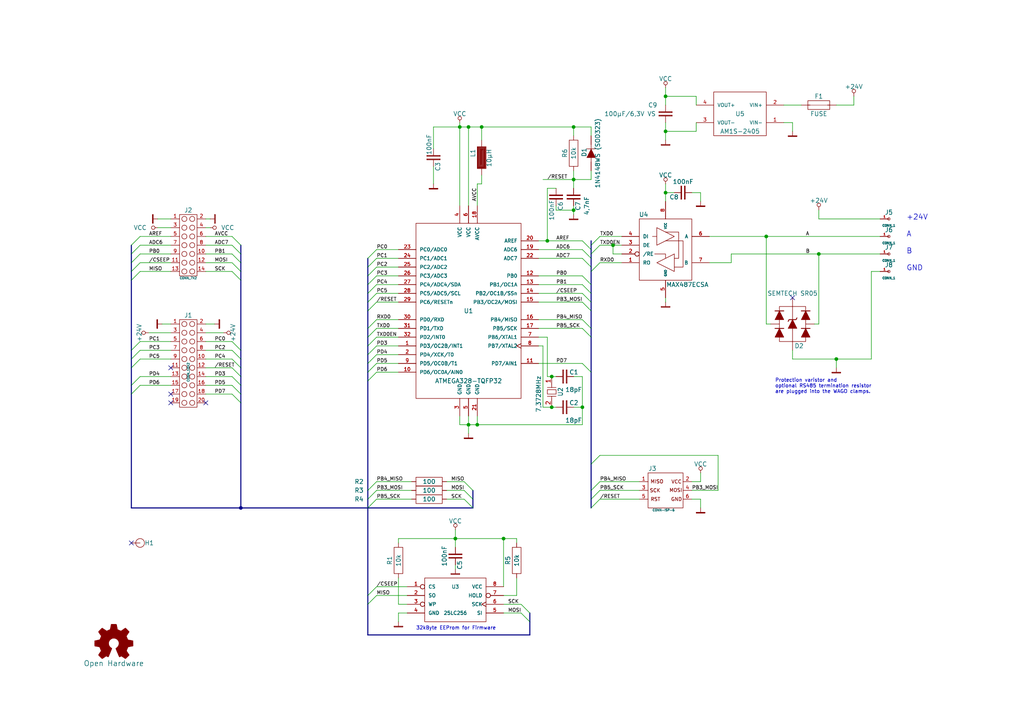
<source format=kicad_sch>
(kicad_sch (version 20211123) (generator eeschema)
  (paper "A4")
  (title_block (title "bus-module_atmega328") (date "2019-03-06") (rev "C") (company "KoeWiBa"))
  (lib_symbols
    (symbol "bus-module_atmega328-rescue:+24V-power" (power) (pin_numbers hide) (pin_names (offset 0))
      (property "Value" "+24V-power" (at 0 2.794 0))
      (symbol "+24V-power_0_0"
        (pin power_in line (at 0 0 90) (length 0) hide (name "+24V") (number "1"))
      )
    )
    (symbol "bus-module_atmega328-rescue:CONN-ISP-6-connectors" (pin_names (offset 1.016))
      (property "Reference" "J" (at -3.81 6.35 0))
      (property "Value" "CONN-ISP-6-connectors" (at -3.81 -5.715 0))
      (symbol "CONN-ISP-6-connectors_0_0"
        (text "MOSI" (at 2.9718 0.0762 0) (effects (font (size 1.016 1.016))))
        (text "SCK" (at -3.048 0 0) (effects (font (size 1.016 1.016))))
        (text "VCC" (at 3.175 2.54 0) (effects (font (size 1.016 1.016))))
      )
      (symbol "CONN-ISP-6-connectors_1_0"
        (text "GND" (at 3.175 -2.54 0) (effects (font (size 1.016 1.016))))
        (text "MISO" (at -2.4892 2.5908 0) (effects (font (size 1.016 1.016))))
        (text "RST" (at -2.921 -2.54 0) (effects (font (size 1.016 1.016))))
      )
      (symbol "CONN-ISP-6-connectors_1_1"
        (pin passive line (at -7.62 2.54 0) (length 2.54) (name "~") (number "1"))
        (pin passive line (at 7.62 2.54 180) (length 2.54) (name "~") (number "2"))
        (pin passive line (at -7.62 0 0) (length 2.54) (name "~") (number "3"))
        (pin passive line (at 7.62 0 180) (length 2.54) (name "~") (number "4"))
        (pin passive line (at -7.62 -2.54 0) (length 2.54) (name "~") (number "5"))
        (pin passive line (at 7.62 -2.54 180) (length 2.54) (name "~") (number "6"))
      )
    )
    (symbol "bus-module_atmega328-rescue:CONN_1-connectors" (pin_names (offset 1.016))
      (property "Reference" "J" (at 0 1.905 0))
      (property "Value" "CONN_1-connectors" (at 0 -1.905 0))
      (symbol "CONN_1-connectors_1_1"
        (pin passive line (at -2.54 0 0) (length 2.54) (name "~") (number "1"))
      )
    )
    (symbol "bus-module_atmega328-rescue:CONN_10X2-connectors" (pin_names (offset 1.016) hide)
      (property "Reference" "J" (at 0 13.97 0))
      (property "Value" "CONN_10X2-connectors" (at 0 -13.335 0))
      (symbol "CONN_10X2-connectors_0_1"
        (pin passive line (at -5.08 11.43 0) (length 2.54) (name "1") (number "1"))
        (pin passive line (at 5.08 1.27 180) (length 2.54) (name "10") (number "10"))
        (pin passive line (at -5.08 -1.27 0) (length 2.54) (name "11") (number "11"))
        (pin passive line (at 5.08 -1.27 180) (length 2.54) (name "12") (number "12"))
        (pin passive line (at -5.08 -3.81 0) (length 2.54) (name "13") (number "13"))
        (pin passive line (at 5.08 -3.81 180) (length 2.54) (name "14") (number "14"))
        (pin passive line (at -5.08 -6.35 0) (length 2.54) (name "15") (number "15"))
        (pin passive line (at 5.08 -6.35 180) (length 2.54) (name "16") (number "16"))
        (pin passive line (at 5.08 11.43 180) (length 2.54) (name "2") (number "2"))
        (pin passive line (at -5.08 8.89 0) (length 2.54) (name "3") (number "3"))
        (pin passive line (at 5.08 8.89 180) (length 2.54) (name "4") (number "4"))
        (pin passive line (at -5.08 6.35 0) (length 2.54) (name "5") (number "5"))
        (pin passive line (at 5.08 6.35 180) (length 2.54) (name "6") (number "6"))
        (pin passive line (at -5.08 3.81 0) (length 2.54) (name "7") (number "7"))
        (pin passive line (at 5.08 3.81 180) (length 2.54) (name "8") (number "8"))
        (pin passive line (at -5.08 1.27 0) (length 2.54) (name "9") (number "9"))
      )
      (symbol "CONN_10X2-connectors_1_1"
        (pin input line (at -5.08 -8.89 0) (length 2.54) (name "17") (number "17"))
        (pin input line (at 5.08 -8.89 180) (length 2.54) (name "18") (number "18"))
        (pin input line (at -5.08 -11.43 0) (length 2.54) (name "19") (number "19"))
        (pin input line (at 5.08 -11.43 180) (length 2.54) (name "20") (number "20"))
      )
    )
    (symbol "bus-module_atmega328-rescue:CONN_7X2-connectors" (pin_names (offset 1.016) hide)
      (property "Reference" "J" (at 0 10.16 0))
      (property "Value" "CONN_7X2-connectors" (at 0 -9.525 0))
      (symbol "CONN_7X2-connectors_0_1"
        (pin passive line (at -5.08 7.62 0) (length 2.54) (name "1") (number "1"))
        (pin passive line (at 5.08 -2.54 180) (length 2.54) (name "10") (number "10"))
        (pin passive line (at -5.08 -5.08 0) (length 2.54) (name "11") (number "11"))
        (pin passive line (at 5.08 -5.08 180) (length 2.54) (name "12") (number "12"))
        (pin passive line (at -5.08 -7.62 0) (length 2.54) (name "13") (number "13"))
        (pin passive line (at 5.08 -7.62 180) (length 2.54) (name "14") (number "14"))
        (pin passive line (at 5.08 7.62 180) (length 2.54) (name "2") (number "2"))
        (pin passive line (at -5.08 5.08 0) (length 2.54) (name "3") (number "3"))
        (pin passive line (at 5.08 5.08 180) (length 2.54) (name "4") (number "4"))
        (pin passive line (at -5.08 2.54 0) (length 2.54) (name "5") (number "5"))
        (pin passive line (at 5.08 2.54 180) (length 2.54) (name "6") (number "6"))
        (pin passive line (at -5.08 0 0) (length 2.54) (name "7") (number "7"))
        (pin passive line (at 5.08 0 180) (length 2.54) (name "8") (number "8"))
        (pin passive line (at -5.08 -2.54 0) (length 2.54) (name "9") (number "9"))
      )
    )
    (symbol "bus-module_atmega328-rescue:FUSE-bus-module_atmega328-rescue-bus-module_atmega328-rescue" (pin_numbers hide) (pin_names (offset 1.016) hide)
      (property "Reference" "F" (at 0 2.54 0))
      (property "Value" "FUSE-bus-module_atmega328-rescue-bus-module_atmega328-rescue" (at 0 -2.54 0))
      (symbol "FUSE-bus-module_atmega328-rescue-bus-module_atmega328-rescue_1_1"
        (pin input line (at -5.08 0 0) (length 2.54) (name "1") (number "1"))
        (pin input line (at 5.08 0 180) (length 2.54) (name "2") (number "2"))
      )
    )
    (symbol "bus-module_atmega328-rescue:GND-power" (power) (pin_names (offset 0.254))
      (symbol "GND-power_1_1"
        (pin power_in line (at 0 0 90) (length 0) hide (name "GND") (number "1"))
      )
    )
    (symbol "bus-module_atmega328-rescue:VCC-power" (power) (pin_names (offset 0))
      (property "Value" "VCC-power" (at 0 2.54 0))
      (symbol "VCC-power_0_0"
        (pin power_in line (at 0 0 90) (length 0) hide (name "VCC") (number "1"))
      )
    )
    (symbol "diodes:SEMTECH_SR05" (pin_numbers hide) (pin_names (offset 1.016) hide)
      (property "Reference" "D" (at 1.905 -6.35 0))
      (property "Value" "SEMTECH_SR05" (at 0 6.35 0))
      (symbol "SEMTECH_SR05_1_1"
        (pin input line (at 0 -7.62 90) (length 2.54) (name "1") (number "1"))
        (pin input line (at 0 7.62 270) (length 2.54) (name "2") (number "2"))
        (pin input line (at 6.35 0 180) (length 2.54) (name "3") (number "3"))
        (pin input line (at -6.35 0 0) (length 2.54) (name "4") (number "4"))
      )
    )
    (symbol "ics_controller_atmel:ATMEGA88-TQFP32" (pin_names (offset 1.016))
      (property "Reference" "U" (at 0 0 0))
      (property "Value" "ATMEGA88-TQFP32" (at 0 -20.32 0))
      (symbol "ATMEGA88-TQFP32_1_1"
        (pin input line (at -20.32 -10.16 0) (length 5.08) (name "PD3/OC2B/INT1") (number "1"))
        (pin input line (at -20.32 -17.78 0) (length 5.08) (name "PD6/OC0A/AIN0") (number "10"))
        (pin input line (at 20.32 -15.24 180) (length 5.08) (name "PD7/AIN1") (number "11"))
        (pin input line (at 20.32 10.16 180) (length 5.08) (name "PB0") (number "12"))
        (pin input line (at 20.32 7.62 180) (length 5.08) (name "PB1/OC1A") (number "13"))
        (pin input line (at 20.32 5.08 180) (length 5.08) (name "PB2/OC1B/SSn") (number "14"))
        (pin input line (at 20.32 2.54 180) (length 5.08) (name "PB3/OC2A/MOSI") (number "15"))
        (pin input line (at 20.32 -2.54 180) (length 5.08) (name "PB4/MISO") (number "16"))
        (pin input line (at 20.32 -5.08 180) (length 5.08) (name "PB5/SCK") (number "17"))
        (pin power_in line (at 2.54 30.48 270) (length 5.08) (name "AVCC") (number "18"))
        (pin input line (at 20.32 17.78 180) (length 5.08) (name "ADC6") (number "19"))
        (pin input line (at -20.32 -12.7 0) (length 5.08) (name "PD4/XCK/T0") (number "2"))
        (pin input line (at 20.32 20.32 180) (length 5.08) (name "AREF") (number "20"))
        (pin power_in line (at 2.54 -30.48 90) (length 5.08) (name "GND") (number "21"))
        (pin input line (at 20.32 15.24 180) (length 5.08) (name "ADC7") (number "22"))
        (pin input line (at -20.32 17.78 0) (length 5.08) (name "PC0/ADC0") (number "23"))
        (pin input line (at -20.32 15.24 0) (length 5.08) (name "PC1/ADC1") (number "24"))
        (pin input line (at -20.32 12.7 0) (length 5.08) (name "PC2/ADC2") (number "25"))
        (pin input line (at -20.32 10.16 0) (length 5.08) (name "PC3/ADC3") (number "26"))
        (pin input line (at -20.32 7.62 0) (length 5.08) (name "PC4/ADC4/SDA") (number "27"))
        (pin input line (at -20.32 5.08 0) (length 5.08) (name "PC5/ADC5/SCL") (number "28"))
        (pin input line (at -20.32 2.54 0) (length 5.08) (name "PC6/RESETn") (number "29"))
        (pin power_in line (at -2.54 -30.48 90) (length 5.08) (name "GND") (number "3"))
        (pin input line (at -20.32 -2.54 0) (length 5.08) (name "PD0/RXD") (number "30"))
        (pin input line (at -20.32 -5.08 0) (length 5.08) (name "PD1/TXD") (number "31"))
        (pin input line (at -20.32 -7.62 0) (length 5.08) (name "PD2/INT0") (number "32"))
        (pin power_in line (at -2.54 30.48 270) (length 5.08) (name "VCC") (number "4"))
        (pin power_in line (at 0 -30.48 90) (length 5.08) (name "GND") (number "5"))
        (pin power_in line (at 0 30.48 270) (length 5.08) (name "VCC") (number "6"))
        (pin input line (at 20.32 -7.62 180) (length 5.08) (name "PB6/XTAL1") (number "7"))
        (pin input clock (at 20.32 -10.16 180) (length 5.08) (name "PB7/XTAL2") (number "8"))
        (pin input line (at -20.32 -15.24 0) (length 5.08) (name "PD5/OC0B/T1") (number "9"))
      )
    )
    (symbol "ics_misc:MAX487" (pin_names (offset 1.016))
      (property "Reference" "U" (at -6.35 10.16 0))
      (property "Value" "MAX487" (at 5.08 -10.16 0))
      (symbol "MAX487_0_1"
        (pin output line (at -12.7 -3.81 0) (length 5.08) (name "RO") (number "1"))
      )
      (symbol "MAX487_1_1"
        (pin input inverted (at -12.7 -1.27 0) (length 5.08) (name "/RE") (number "2"))
        (pin input line (at -12.7 1.27 0) (length 5.08) (name "DE") (number "3"))
        (pin input line (at -12.7 3.81 0) (length 5.08) (name "DI") (number "4"))
        (pin power_out line (at 0 -13.97 90) (length 5.08) (name "GND") (number "5"))
        (pin bidirectional line (at 12.7 3.81 180) (length 5.08) (name "A") (number "6"))
        (pin bidirectional line (at 12.7 -3.81 180) (length 5.08) (name "B") (number "7"))
        (pin power_in line (at 0 13.97 270) (length 5.08) (name "VCC") (number "8"))
      )
    )
    (symbol "ics_peripheral:25LCXXX" (pin_names (offset 1.016))
      (property "Reference" "U" (at 0 3.81 0))
      (property "Value" "25LCXXX" (at 0 -3.81 0))
      (symbol "25LCXXX_1_1"
        (pin input inverted (at -13.97 3.81 0) (length 5.08) (name "CS") (number "1"))
        (pin output line (at -13.97 1.27 0) (length 5.08) (name "SO") (number "2"))
        (pin input inverted (at -13.97 -1.27 0) (length 5.08) (name "WP") (number "3"))
        (pin power_in line (at -13.97 -3.81 0) (length 5.08) (name "GND") (number "4"))
        (pin input line (at 13.97 -3.81 180) (length 5.08) (name "SI") (number "5"))
        (pin input clock (at 13.97 -1.27 180) (length 5.08) (name "SCK") (number "6"))
        (pin bidirectional inverted (at 13.97 1.27 180) (length 5.08) (name "HOLD") (number "7"))
        (pin power_in line (at 13.97 3.81 180) (length 5.08) (name "VCC") (number "8"))
      )
    )
    (symbol "ics_regulator:AM1S-2403" (pin_names (offset 1.016))
      (property "Reference" "U" (at 0 0 0))
      (property "Value" "AM1S-2403" (at 0 -5.08 0))
      (symbol "AM1S-2403_1_1"
        (pin passive line (at -12.7 -2.54 0) (length 5.08) (name "VIN-") (number "1"))
        (pin power_in line (at -12.7 2.54 0) (length 5.08) (name "VIN+") (number "2"))
        (pin passive line (at 12.7 -2.54 180) (length 5.08) (name "VOUT-") (number "3"))
        (pin power_out line (at 12.7 2.54 180) (length 5.08) (name "VOUT+") (number "4"))
      )
    )
    (symbol "logo:OPEN_HARDWARE_1" (pin_names (offset 1.016))
      (property "Reference" "LOGO" (at 0 6.985 0))
      (property "Value" "OPEN_HARDWARE_1" (at 0 -5.715 0))
    )
    (symbol "standard:C" (pin_numbers hide) (pin_names (offset 1.016) hide)
      (property "Reference" "C" (at 1.27 1.27 0))
      (property "Value" "C" (at 0 -3.175 0))
      (symbol "C_1_1"
        (pin input line (at -2.54 0 0) (length 1.905) (name "1") (number "1"))
        (pin input line (at 2.54 0 180) (length 1.905) (name "2") (number "2"))
      )
    )
    (symbol "standard:CRYSTAL" (pin_names (offset 1.016))
      (property "Reference" "U" (at 4.445 2.54 0))
      (property "Value" "CRYSTAL" (at 4.445 -2.54 0))
      (symbol "CRYSTAL_1_1"
        (pin output line (at 0 0 0) (length 2.54) (name "~") (number "1"))
        (pin output line (at 8.89 0 180) (length 2.54) (name "~") (number "2"))
      )
    )
    (symbol "standard:D" (pin_numbers hide) (pin_names (offset 1.016) hide)
      (property "Reference" "D" (at 0.254 2.032 0))
      (property "Value" "D" (at 0 -1.905 0))
      (symbol "D_1_1"
        (pin input line (at -5.08 0 0) (length 2.54) (name "A") (number "1"))
        (pin input line (at 5.08 0 180) (length 2.54) (name "C") (number "2"))
      )
    )
    (symbol "standard:HOLE" (pin_numbers hide) (pin_names (offset 1.016) hide)
      (property "Reference" "H" (at 2.54 0 0))
      (symbol "HOLE_1_1"
        (pin unspecified line (at -1.27 0 0) (length 2.54) (name "~") (number "1"))
      )
    )
    (symbol "standard:L" (pin_numbers hide) (pin_names (offset 1.016) hide)
      (property "Reference" "L" (at -2.54 -2.54 0))
      (property "Value" "L" (at -2.54 2.159 0))
      (symbol "L_1_1"
        (pin bidirectional line (at -5.08 0 0) (length 1.905) (name "1") (number "1"))
        (pin bidirectional line (at 5.08 0 180) (length 1.905) (name "2") (number "2"))
      )
    )
    (symbol "standard:R" (pin_numbers hide) (pin_names (offset 1.016) hide)
      (property "Reference" "R" (at 0 -2.54 0))
      (property "Value" "R" (at 0 0 0))
      (symbol "R_1_1"
        (pin passive line (at -5.08 0 0) (length 1.27) (name "1") (number "1"))
        (pin passive line (at 5.08 0 180) (length 1.27) (name "2") (number "2"))
      )
    )
  )
  (junction (at 177.8 71.12))
  (junction (at 138.43 123.19))
  (junction (at 160.02 109.22))
  (junction (at 166.37 52.07))
  (junction (at 242.57 104.14))
  (junction (at 168.91 118.11))
  (junction (at 139.7 36.83))
  (junction (at 160.02 118.11))
  (junction (at 135.89 36.83))
  (junction (at 237.49 73.66))
  (junction (at 193.04 27.94))
  (junction (at 166.37 36.83))
  (junction (at 166.37 60.96))
  (junction (at 132.08 156.21))
  (junction (at 69.85 147.32))
  (junction (at 222.25 68.58))
  (junction (at 133.35 36.83))
  (junction (at 158.75 69.85))
  (junction (at 135.89 123.19))
  (junction (at 146.05 156.21))
  (junction (at 193.04 38.1))
  (junction (at 193.04 55.88))
  (no_connect (at 38.1 157.48))
  (no_connect (at 49.53 116.84))
  (no_connect (at 49.53 114.3))
  (no_connect (at 59.69 116.84))
  (no_connect (at 229.87 86.36))
  (no_connect (at 49.53 106.68))
  (bus_entry (at 168.91 80.01) (size 2.54 2.54))
  (bus_entry (at 168.91 85.09) (size 2.54 2.54))
  (bus_entry (at 106.68 100.33) (size 2.54 -2.54))
  (bus_entry (at 106.68 90.17) (size 2.54 -2.54))
  (bus_entry (at 134.62 139.7) (size 2.54 2.54))
  (bus_entry (at 168.91 82.55) (size 2.54 2.54))
  (bus_entry (at 168.91 72.39) (size 2.54 2.54))
  (bus_entry (at 67.31 111.76) (size 2.54 2.54))
  (bus_entry (at 106.68 80.01) (size 2.54 -2.54))
  (bus_entry (at 134.62 144.78) (size 2.54 2.54))
  (bus_entry (at 171.45 144.78) (size 2.54 -2.54))
  (bus_entry (at 168.91 69.85) (size 2.54 2.54))
  (bus_entry (at 67.31 109.22) (size 2.54 2.54))
  (bus_entry (at 106.68 110.49) (size 2.54 -2.54))
  (bus_entry (at 168.91 74.93) (size 2.54 2.54))
  (bus_entry (at 67.31 73.66) (size 2.54 2.54))
  (bus_entry (at 168.91 105.41) (size 2.54 2.54))
  (bus_entry (at 38.1 76.2) (size 2.54 -2.54))
  (bus_entry (at 106.68 144.78) (size 2.54 -2.54))
  (bus_entry (at 106.68 102.87) (size 2.54 -2.54))
  (bus_entry (at 67.31 78.74) (size 2.54 2.54))
  (bus_entry (at 106.68 85.09) (size 2.54 -2.54))
  (bus_entry (at 38.1 101.6) (size 2.54 -2.54))
  (bus_entry (at 38.1 73.66) (size 2.54 -2.54))
  (bus_entry (at 106.68 107.95) (size 2.54 -2.54))
  (bus_entry (at 106.68 74.93) (size 2.54 -2.54))
  (bus_entry (at 171.45 134.62) (size 2.54 -2.54))
  (bus_entry (at 106.68 142.24) (size 2.54 -2.54))
  (bus_entry (at 67.31 104.14) (size 2.54 2.54))
  (bus_entry (at 171.45 73.66) (size 2.54 -2.54))
  (bus_entry (at 38.1 104.14) (size 2.54 -2.54))
  (bus_entry (at 106.68 172.72) (size 2.54 -2.54))
  (bus_entry (at 67.31 99.06) (size 2.54 2.54))
  (bus_entry (at 106.68 77.47) (size 2.54 -2.54))
  (bus_entry (at 67.31 106.68) (size 2.54 2.54))
  (bus_entry (at 151.13 177.8) (size 2.54 2.54))
  (bus_entry (at 168.91 87.63) (size 2.54 2.54))
  (bus_entry (at 171.45 142.24) (size 2.54 -2.54))
  (bus_entry (at 67.31 71.12) (size 2.54 2.54))
  (bus_entry (at 38.1 81.28) (size 2.54 -2.54))
  (bus_entry (at 134.62 142.24) (size 2.54 2.54))
  (bus_entry (at 106.68 95.25) (size 2.54 -2.54))
  (bus_entry (at 67.31 76.2) (size 2.54 2.54))
  (bus_entry (at 106.68 175.26) (size 2.54 -2.54))
  (bus_entry (at 106.68 97.79) (size 2.54 -2.54))
  (bus_entry (at 38.1 78.74) (size 2.54 -2.54))
  (bus_entry (at 38.1 106.68) (size 2.54 -2.54))
  (bus_entry (at 151.13 175.26) (size 2.54 2.54))
  (bus_entry (at 106.68 87.63) (size 2.54 -2.54))
  (bus_entry (at 38.1 114.3) (size 2.54 -2.54))
  (bus_entry (at 38.1 71.12) (size 2.54 -2.54))
  (bus_entry (at 67.31 101.6) (size 2.54 2.54))
  (bus_entry (at 106.68 147.32) (size 2.54 -2.54))
  (bus_entry (at 168.91 95.25) (size 2.54 2.54))
  (bus_entry (at 106.68 82.55) (size 2.54 -2.54))
  (bus_entry (at 67.31 114.3) (size 2.54 2.54))
  (bus_entry (at 106.68 105.41) (size 2.54 -2.54))
  (bus_entry (at 171.45 147.32) (size 2.54 -2.54))
  (bus_entry (at 67.31 68.58) (size 2.54 2.54))
  (bus_entry (at 171.45 71.12) (size 2.54 -2.54))
  (bus_entry (at 171.45 78.74) (size 2.54 -2.54))
  (bus_entry (at 38.1 111.76) (size 2.54 -2.54))
  (bus_entry (at 168.91 92.71) (size 2.54 2.54))
  (wire (pts (xy 40.64 109.22) (xy 49.53 109.22)))
  (wire (pts (xy 160.02 109.22) (xy 161.29 109.22)))
  (wire (pts (xy 146.05 177.8) (xy 151.13 177.8)))
  (bus (pts (xy 171.45 82.55) (xy 171.45 85.09)))
  (wire (pts (xy 109.22 80.01) (xy 115.57 80.01)))
  (bus (pts (xy 106.68 105.41) (xy 106.68 107.95)))
  (wire (pts (xy 118.11 172.72) (xy 109.22 172.72)))
  (wire (pts (xy 157.48 118.11) (xy 160.02 118.11)))
  (wire (pts (xy 59.69 114.3) (xy 67.31 114.3)))
  (wire (pts (xy 185.42 139.7) (xy 173.99 139.7)))
  (wire (pts (xy 158.75 109.22) (xy 160.02 109.22)))
  (wire (pts (xy 223.52 93.98) (xy 222.25 93.98)))
  (bus (pts (xy 153.67 180.34) (xy 153.67 184.15)))
  (wire (pts (xy 201.93 38.1) (xy 193.04 38.1)))
  (wire (pts (xy 252.73 104.14) (xy 252.73 78.74)))
  (wire (pts (xy 166.37 59.69) (xy 166.37 60.96)))
  (wire (pts (xy 138.43 53.34) (xy 138.43 59.69)))
  (wire (pts (xy 125.73 48.26) (xy 125.73 53.34)))
  (wire (pts (xy 193.04 30.48) (xy 193.04 27.94)))
  (wire (pts (xy 200.66 139.7) (xy 203.2 139.7)))
  (wire (pts (xy 67.31 101.6) (xy 59.69 101.6)))
  (wire (pts (xy 135.89 123.19) (xy 133.35 123.19)))
  (wire (pts (xy 158.75 54.61) (xy 161.29 54.61)))
  (wire (pts (xy 135.89 120.65) (xy 135.89 123.19)))
  (bus (pts (xy 106.68 74.93) (xy 106.68 77.47)))
  (wire (pts (xy 132.08 163.83) (xy 132.08 165.1)))
  (wire (pts (xy 157.48 52.07) (xy 166.37 52.07)))
  (wire (pts (xy 135.89 36.83) (xy 135.89 59.69)))
  (bus (pts (xy 106.68 100.33) (xy 106.68 102.87)))
  (wire (pts (xy 166.37 60.96) (xy 166.37 62.23)))
  (wire (pts (xy 166.37 109.22) (xy 168.91 109.22)))
  (wire (pts (xy 125.73 36.83) (xy 125.73 43.18)))
  (wire (pts (xy 45.72 63.5) (xy 49.53 63.5)))
  (wire (pts (xy 138.43 123.19) (xy 135.89 123.19)))
  (bus (pts (xy 171.45 95.25) (xy 171.45 97.79)))
  (wire (pts (xy 156.21 105.41) (xy 168.91 105.41)))
  (wire (pts (xy 109.22 72.39) (xy 115.57 72.39)))
  (wire (pts (xy 46.99 93.98) (xy 49.53 93.98)))
  (wire (pts (xy 237.49 73.66) (xy 255.27 73.66)))
  (bus (pts (xy 106.68 147.32) (xy 137.16 147.32)))
  (bus (pts (xy 69.85 114.3) (xy 69.85 116.84)))
  (wire (pts (xy 156.21 82.55) (xy 168.91 82.55)))
  (wire (pts (xy 67.31 111.76) (xy 59.69 111.76)))
  (wire (pts (xy 185.42 144.78) (xy 173.99 144.78)))
  (bus (pts (xy 38.1 114.3) (xy 38.1 147.32)))
  (wire (pts (xy 193.04 38.1) (xy 193.04 40.64)))
  (wire (pts (xy 146.05 156.21) (xy 149.86 156.21)))
  (wire (pts (xy 59.69 68.58) (xy 67.31 68.58)))
  (wire (pts (xy 49.53 73.66) (xy 40.64 73.66)))
  (bus (pts (xy 106.68 144.78) (xy 106.68 147.32)))
  (bus (pts (xy 171.45 73.66) (xy 171.45 74.93)))
  (bus (pts (xy 106.68 87.63) (xy 106.68 90.17)))
  (wire (pts (xy 173.99 71.12) (xy 177.8 71.12)))
  (wire (pts (xy 173.99 68.58) (xy 180.34 68.58)))
  (wire (pts (xy 59.69 93.98) (xy 62.23 93.98)))
  (wire (pts (xy 40.64 71.12) (xy 49.53 71.12)))
  (bus (pts (xy 171.45 85.09) (xy 171.45 87.63)))
  (wire (pts (xy 201.93 27.94) (xy 193.04 27.94)))
  (wire (pts (xy 109.22 82.55) (xy 115.57 82.55)))
  (bus (pts (xy 38.1 78.74) (xy 38.1 81.28)))
  (wire (pts (xy 59.69 104.14) (xy 67.31 104.14)))
  (wire (pts (xy 49.53 111.76) (xy 40.64 111.76)))
  (wire (pts (xy 212.09 76.2) (xy 205.74 76.2)))
  (wire (pts (xy 201.93 35.56) (xy 201.93 38.1)))
  (wire (pts (xy 109.22 74.93) (xy 115.57 74.93)))
  (wire (pts (xy 40.64 76.2) (xy 49.53 76.2)))
  (bus (pts (xy 38.1 71.12) (xy 38.1 73.66)))
  (wire (pts (xy 146.05 170.18) (xy 146.05 156.21)))
  (wire (pts (xy 49.53 68.58) (xy 40.64 68.58)))
  (bus (pts (xy 69.85 81.28) (xy 69.85 101.6)))
  (bus (pts (xy 106.68 97.79) (xy 106.68 100.33)))
  (wire (pts (xy 139.7 36.83) (xy 166.37 36.83)))
  (wire (pts (xy 151.13 175.26) (xy 146.05 175.26)))
  (wire (pts (xy 60.96 66.04) (xy 59.69 66.04)))
  (bus (pts (xy 171.45 90.17) (xy 171.45 95.25)))
  (bus (pts (xy 137.16 144.78) (xy 137.16 147.32)))
  (wire (pts (xy 134.62 144.78) (xy 129.54 144.78)))
  (wire (pts (xy 168.91 109.22) (xy 168.91 118.11)))
  (wire (pts (xy 129.54 142.24) (xy 134.62 142.24)))
  (wire (pts (xy 203.2 55.88) (xy 203.2 58.42)))
  (wire (pts (xy 222.25 93.98) (xy 222.25 68.58)))
  (wire (pts (xy 40.64 104.14) (xy 49.53 104.14)))
  (wire (pts (xy 222.25 68.58) (xy 255.27 68.58)))
  (bus (pts (xy 69.85 76.2) (xy 69.85 78.74)))
  (wire (pts (xy 109.22 107.95) (xy 115.57 107.95)))
  (bus (pts (xy 171.45 74.93) (xy 171.45 77.47)))
  (wire (pts (xy 135.89 123.19) (xy 135.89 125.73)))
  (wire (pts (xy 156.21 87.63) (xy 168.91 87.63)))
  (bus (pts (xy 69.85 116.84) (xy 69.85 147.32)))
  (wire (pts (xy 166.37 52.07) (xy 171.45 52.07)))
  (wire (pts (xy 236.22 93.98) (xy 237.49 93.98)))
  (wire (pts (xy 237.49 63.5) (xy 255.27 63.5)))
  (wire (pts (xy 168.91 123.19) (xy 138.43 123.19)))
  (wire (pts (xy 193.04 86.36) (xy 193.04 87.63)))
  (bus (pts (xy 171.45 78.74) (xy 171.45 82.55)))
  (bus (pts (xy 106.68 80.01) (xy 106.68 82.55)))
  (bus (pts (xy 38.1 76.2) (xy 38.1 78.74)))
  (wire (pts (xy 158.75 109.22) (xy 158.75 97.79)))
  (bus (pts (xy 171.45 69.85) (xy 171.45 71.12)))
  (wire (pts (xy 232.41 30.48) (xy 227.33 30.48)))
  (wire (pts (xy 109.22 105.41) (xy 115.57 105.41)))
  (bus (pts (xy 171.45 142.24) (xy 171.45 144.78)))
  (wire (pts (xy 156.21 85.09) (xy 168.91 85.09)))
  (wire (pts (xy 156.21 72.39) (xy 168.91 72.39)))
  (bus (pts (xy 153.67 184.15) (xy 106.68 184.15)))
  (wire (pts (xy 115.57 156.21) (xy 132.08 156.21)))
  (wire (pts (xy 156.21 92.71) (xy 168.91 92.71)))
  (wire (pts (xy 161.29 60.96) (xy 166.37 60.96)))
  (wire (pts (xy 227.33 35.56) (xy 229.87 35.56)))
  (bus (pts (xy 69.85 104.14) (xy 69.85 106.68)))
  (wire (pts (xy 208.28 142.24) (xy 200.66 142.24)))
  (bus (pts (xy 171.45 87.63) (xy 171.45 90.17)))
  (wire (pts (xy 59.69 71.12) (xy 67.31 71.12)))
  (wire (pts (xy 229.87 35.56) (xy 229.87 38.1)))
  (bus (pts (xy 38.1 101.6) (xy 38.1 104.14)))
  (wire (pts (xy 67.31 73.66) (xy 59.69 73.66)))
  (wire (pts (xy 149.86 172.72) (xy 146.05 172.72)))
  (wire (pts (xy 208.28 132.08) (xy 208.28 142.24)))
  (wire (pts (xy 109.22 77.47) (xy 115.57 77.47)))
  (wire (pts (xy 67.31 106.68) (xy 59.69 106.68)))
  (bus (pts (xy 171.45 77.47) (xy 171.45 78.74)))
  (bus (pts (xy 106.68 107.95) (xy 106.68 110.49)))
  (wire (pts (xy 132.08 153.67) (xy 132.08 156.21)))
  (wire (pts (xy 115.57 175.26) (xy 115.57 167.64)))
  (wire (pts (xy 212.09 73.66) (xy 237.49 73.66)))
  (wire (pts (xy 166.37 49.53) (xy 166.37 52.07)))
  (wire (pts (xy 133.35 36.83) (xy 133.35 59.69)))
  (wire (pts (xy 203.2 139.7) (xy 203.2 137.16)))
  (wire (pts (xy 212.09 73.66) (xy 212.09 76.2)))
  (wire (pts (xy 161.29 59.69) (xy 161.29 60.96)))
  (wire (pts (xy 255.27 78.74) (xy 252.73 78.74)))
  (wire (pts (xy 166.37 36.83) (xy 171.45 36.83)))
  (wire (pts (xy 132.08 156.21) (xy 132.08 158.75)))
  (bus (pts (xy 106.68 172.72) (xy 106.68 175.26)))
  (wire (pts (xy 193.04 53.34) (xy 193.04 55.88)))
  (wire (pts (xy 118.11 175.26) (xy 115.57 175.26)))
  (bus (pts (xy 171.45 97.79) (xy 171.45 107.95)))
  (wire (pts (xy 109.22 142.24) (xy 119.38 142.24)))
  (wire (pts (xy 132.08 156.21) (xy 146.05 156.21)))
  (bus (pts (xy 69.85 111.76) (xy 69.85 114.3)))
  (bus (pts (xy 38.1 111.76) (xy 38.1 114.3)))
  (wire (pts (xy 205.74 68.58) (xy 222.25 68.58)))
  (wire (pts (xy 201.93 30.48) (xy 201.93 27.94)))
  (wire (pts (xy 173.99 76.2) (xy 180.34 76.2)))
  (wire (pts (xy 133.35 35.56) (xy 133.35 36.83)))
  (bus (pts (xy 106.68 77.47) (xy 106.68 80.01)))
  (wire (pts (xy 237.49 60.96) (xy 237.49 63.5)))
  (wire (pts (xy 193.04 35.56) (xy 193.04 38.1)))
  (bus (pts (xy 38.1 81.28) (xy 38.1 101.6)))
  (bus (pts (xy 106.68 95.25) (xy 106.68 97.79)))
  (wire (pts (xy 242.57 104.14) (xy 252.73 104.14)))
  (wire (pts (xy 158.75 54.61) (xy 158.75 69.85)))
  (wire (pts (xy 193.04 55.88) (xy 193.04 58.42)))
  (wire (pts (xy 59.69 109.22) (xy 67.31 109.22)))
  (bus (pts (xy 69.85 71.12) (xy 69.85 73.66)))
  (wire (pts (xy 109.22 139.7) (xy 119.38 139.7)))
  (wire (pts (xy 193.04 25.4) (xy 193.04 27.94)))
  (wire (pts (xy 109.22 144.78) (xy 119.38 144.78)))
  (bus (pts (xy 38.1 147.32) (xy 69.85 147.32)))
  (wire (pts (xy 59.69 63.5) (xy 60.96 63.5)))
  (bus (pts (xy 153.67 177.8) (xy 153.67 180.34)))
  (bus (pts (xy 106.68 142.24) (xy 106.68 144.78)))
  (bus (pts (xy 106.68 175.26) (xy 106.68 184.15)))
  (wire (pts (xy 115.57 92.71) (xy 109.22 92.71)))
  (bus (pts (xy 106.68 82.55) (xy 106.68 85.09)))
  (wire (pts (xy 242.57 106.68) (xy 242.57 104.14)))
  (wire (pts (xy 59.69 99.06) (xy 67.31 99.06)))
  (bus (pts (xy 106.68 110.49) (xy 106.68 142.24)))
  (bus (pts (xy 171.45 107.95) (xy 171.45 134.62)))
  (wire (pts (xy 109.22 100.33) (xy 115.57 100.33)))
  (wire (pts (xy 40.64 99.06) (xy 49.53 99.06)))
  (bus (pts (xy 106.68 147.32) (xy 106.68 172.72)))
  (wire (pts (xy 171.45 52.07) (xy 171.45 49.53)))
  (bus (pts (xy 69.85 106.68) (xy 69.85 109.22)))
  (wire (pts (xy 156.21 69.85) (xy 158.75 69.85)))
  (wire (pts (xy 133.35 36.83) (xy 135.89 36.83)))
  (wire (pts (xy 109.22 85.09) (xy 115.57 85.09)))
  (wire (pts (xy 109.22 87.63) (xy 115.57 87.63)))
  (bus (pts (xy 69.85 109.22) (xy 69.85 111.76)))
  (wire (pts (xy 59.69 76.2) (xy 67.31 76.2)))
  (wire (pts (xy 49.53 96.52) (xy 43.18 96.52)))
  (wire (pts (xy 173.99 142.24) (xy 185.42 142.24)))
  (wire (pts (xy 49.53 66.04) (xy 45.72 66.04)))
  (wire (pts (xy 177.8 73.66) (xy 180.34 73.66)))
  (wire (pts (xy 115.57 156.21) (xy 115.57 157.48)))
  (wire (pts (xy 156.21 80.01) (xy 168.91 80.01)))
  (wire (pts (xy 49.53 101.6) (xy 40.64 101.6)))
  (bus (pts (xy 106.68 85.09) (xy 106.68 87.63)))
  (bus (pts (xy 137.16 142.24) (xy 137.16 144.78)))
  (wire (pts (xy 109.22 95.25) (xy 115.57 95.25)))
  (bus (pts (xy 106.68 102.87) (xy 106.68 105.41)))
  (wire (pts (xy 125.73 36.83) (xy 133.35 36.83)))
  (bus (pts (xy 38.1 104.14) (xy 38.1 106.68)))
  (wire (pts (xy 49.53 78.74) (xy 40.64 78.74)))
  (wire (pts (xy 149.86 167.64) (xy 149.86 172.72)))
  (wire (pts (xy 133.35 120.65) (xy 133.35 123.19)))
  (bus (pts (xy 106.68 90.17) (xy 106.68 95.25)))
  (bus (pts (xy 171.45 134.62) (xy 171.45 142.24)))
  (wire (pts (xy 157.48 100.33) (xy 157.48 118.11)))
  (wire (pts (xy 109.22 102.87) (xy 115.57 102.87)))
  (wire (pts (xy 177.8 71.12) (xy 177.8 73.66)))
  (wire (pts (xy 156.21 100.33) (xy 157.48 100.33)))
  (wire (pts (xy 134.62 139.7) (xy 129.54 139.7)))
  (wire (pts (xy 139.7 36.83) (xy 139.7 40.64)))
  (bus (pts (xy 69.85 147.32) (xy 106.68 147.32)))
  (wire (pts (xy 200.66 55.88) (xy 203.2 55.88)))
  (wire (pts (xy 158.75 69.85) (xy 168.91 69.85)))
  (wire (pts (xy 139.7 50.8) (xy 139.7 53.34)))
  (wire (pts (xy 237.49 93.98) (xy 237.49 73.66)))
  (wire (pts (xy 200.66 144.78) (xy 203.2 144.78)))
  (wire (pts (xy 177.8 71.12) (xy 180.34 71.12)))
  (wire (pts (xy 109.22 170.18) (xy 118.11 170.18)))
  (wire (pts (xy 171.45 36.83) (xy 171.45 39.37)))
  (bus (pts (xy 69.85 78.74) (xy 69.85 81.28)))
  (bus (pts (xy 38.1 73.66) (xy 38.1 76.2)))
  (wire (pts (xy 156.21 74.93) (xy 168.91 74.93)))
  (wire (pts (xy 166.37 52.07) (xy 166.37 54.61)))
  (wire (pts (xy 135.89 36.83) (xy 139.7 36.83)))
  (wire (pts (xy 138.43 123.19) (xy 138.43 120.65)))
  (bus (pts (xy 171.45 72.39) (xy 171.45 73.66)))
  (bus (pts (xy 171.45 71.12) (xy 171.45 72.39)))
  (wire (pts (xy 195.58 55.88) (xy 193.04 55.88)))
  (wire (pts (xy 247.65 30.48) (xy 242.57 30.48)))
  (wire (pts (xy 166.37 118.11) (xy 168.91 118.11)))
  (wire (pts (xy 149.86 156.21) (xy 149.86 157.48)))
  (wire (pts (xy 156.21 95.25) (xy 168.91 95.25)))
  (wire (pts (xy 247.65 27.94) (xy 247.65 30.48)))
  (wire (pts (xy 139.7 53.34) (xy 138.43 53.34)))
  (wire (pts (xy 64.77 96.52) (xy 59.69 96.52)))
  (wire (pts (xy 173.99 132.08) (xy 208.28 132.08)))
  (wire (pts (xy 160.02 118.11) (xy 161.29 118.11)))
  (bus (pts (xy 171.45 144.78) (xy 171.45 147.32)))
  (wire (pts (xy 118.11 177.8) (xy 115.57 177.8)))
  (wire (pts (xy 158.75 97.79) (xy 156.21 97.79)))
  (wire (pts (xy 166.37 36.83) (xy 166.37 39.37)))
  (wire (pts (xy 168.91 118.11) (xy 168.91 123.19)))
  (wire (pts (xy 109.22 97.79) (xy 115.57 97.79)))
  (wire (pts (xy 59.69 78.74) (xy 67.31 78.74)))
  (wire (pts (xy 115.57 177.8) (xy 115.57 180.34)))
  (bus (pts (xy 69.85 73.66) (xy 69.85 76.2)))
  (wire (pts (xy 203.2 144.78) (xy 203.2 147.32)))
  (bus (pts (xy 38.1 106.68) (xy 38.1 111.76)))
  (bus (pts (xy 69.85 101.6) (xy 69.85 104.14)))
  (wire (pts (xy 229.87 101.6) (xy 229.87 104.14)))
  (wire (pts (xy 229.87 104.14) (xy 242.57 104.14)))
  (text "Protection varistor and\noptional RS485 termination resistor\nare plugged into the WAGO clamps." (at 224.79 114.3 0) (effects (font (size 1.016 1.016)) (justify left bottom)))
  (text "+24V\n\nA\n\nB \n\nGND" (at 262.89 78.74 0) (effects (font (size 1.524 1.524)) (justify left bottom)))
  (text "32kByte EEProm for Firmware" (at 120.65 182.88 0) (effects (font (size 1.016 1.016)) (justify left bottom)))
  (label "PB4_MISO" (at 109.22 139.7 0) (effects (font (size 1.016 1.016))))
  (label "PD3" (at 62.23 109.22 0) (effects (font (size 1.016 1.016))))
  (label "PB0" (at 161.29 80.01 0) (effects (font (size 1.016 1.016))))
  (label "PD4" (at 43.18 109.22 0) (effects (font (size 1.016 1.016))))
  (label "ADC6" (at 43.18 71.12 0) (effects (font (size 1.016 1.016))))
  (label "PC2" (at 109.22 77.47 0) (effects (font (size 1.016 1.016))))
  (label "PD7" (at 161.29 105.41 0) (effects (font (size 1.016 1.016))))
  (label "PB5_SCK" (at 161.29 95.25 0) (effects (font (size 1.016 1.016))))
  (label "/CSEEP" (at 161.29 85.09 0) (effects (font (size 1.016 1.016))))
  (label "AVCC" (at 138.43 58.42 90) (effects (font (size 1.016 1.016))))
  (label "PC2" (at 62.23 101.6 0) (effects (font (size 1.016 1.016))))
  (label "PC1" (at 43.18 99.06 0) (effects (font (size 1.016 1.016))))
  (label "A" (at 233.68 68.58 0) (effects (font (size 1.016 1.016))))
  (label "/RESET" (at 173.99 144.78 0) (effects (font (size 1.016 1.016))))
  (label "PD6" (at 43.18 111.76 0) (effects (font (size 1.016 1.016))))
  (label "PC5" (at 43.18 104.14 0) (effects (font (size 1.016 1.016))))
  (label "MISO" (at 43.18 78.74 0) (effects (font (size 1.016 1.016))))
  (label "RXD0" (at 109.22 92.71 0) (effects (font (size 1.016 1.016))))
  (label "PC1" (at 109.22 74.93 0) (effects (font (size 1.016 1.016))))
  (label "PB4_MISO" (at 173.99 139.7 0) (effects (font (size 1.016 1.016))))
  (label "TXD0EN" (at 173.99 71.12 0) (effects (font (size 1.016 1.016))))
  (label "AREF" (at 161.29 69.85 0) (effects (font (size 1.016 1.016))))
  (label "TXD0" (at 173.99 68.58 0) (effects (font (size 1.016 1.016))))
  (label "/CSEEP" (at 109.22 170.18 0) (effects (font (size 1.016 1.016))))
  (label "ADC7" (at 62.23 71.12 0) (effects (font (size 1.016 1.016))))
  (label "MISO" (at 109.22 172.72 0) (effects (font (size 1.016 1.016))))
  (label "/CSEEP" (at 43.18 76.2 0) (effects (font (size 1.016 1.016))))
  (label "PD6" (at 109.22 107.95 0) (effects (font (size 1.016 1.016))))
  (label "/RESET" (at 62.23 106.68 0) (effects (font (size 1.016 1.016))))
  (label "PC5" (at 109.22 85.09 0) (effects (font (size 1.016 1.016))))
  (label "PB3_MOSI" (at 200.66 142.24 0) (effects (font (size 1.016 1.016))))
  (label "PB1" (at 62.23 73.66 0) (effects (font (size 1.016 1.016))))
  (label "PB1" (at 161.29 82.55 0) (effects (font (size 1.016 1.016))))
  (label "PC3" (at 43.18 101.6 0) (effects (font (size 1.016 1.016))))
  (label "/RESET" (at 158.75 52.07 0) (effects (font (size 1.016 1.016))))
  (label "AREF" (at 43.18 68.58 0) (effects (font (size 1.016 1.016))))
  (label "PD3" (at 109.22 100.33 0) (effects (font (size 1.016 1.016))))
  (label "MISO" (at 130.81 139.7 0) (effects (font (size 1.016 1.016))))
  (label "PC4" (at 109.22 82.55 0) (effects (font (size 1.016 1.016))))
  (label "TXD0" (at 109.22 95.25 0) (effects (font (size 1.016 1.016))))
  (label "TXD0EN" (at 109.22 97.79 0) (effects (font (size 1.016 1.016))))
  (label "ADC6" (at 161.29 72.39 0) (effects (font (size 1.016 1.016))))
  (label "RXD0" (at 173.99 76.2 0) (effects (font (size 1.016 1.016))))
  (label "PC4" (at 62.23 104.14 0) (effects (font (size 1.016 1.016))))
  (label "PD4" (at 109.22 102.87 0) (effects (font (size 1.016 1.016))))
  (label "PD5" (at 109.22 105.41 0) (effects (font (size 1.016 1.016))))
  (label "PB0" (at 43.18 73.66 0) (effects (font (size 1.016 1.016))))
  (label "MOSI" (at 147.32 177.8 0) (effects (font (size 1.016 1.016))))
  (label "MOSI" (at 130.81 142.24 0) (effects (font (size 1.016 1.016))))
  (label "PD7" (at 62.23 114.3 0) (effects (font (size 1.016 1.016))))
  (label "PD5" (at 62.23 111.76 0) (effects (font (size 1.016 1.016))))
  (label "PC0" (at 109.22 72.39 0) (effects (font (size 1.016 1.016))))
  (label "ADC7" (at 161.29 74.93 0) (effects (font (size 1.016 1.016))))
  (label "B" (at 233.68 73.66 0) (effects (font (size 1.016 1.016))))
  (label "SCK" (at 130.81 144.78 0) (effects (font (size 1.016 1.016))))
  (label "AVCC" (at 62.23 68.58 0) (effects (font (size 1.016 1.016))))
  (label "PB3_MOSI" (at 161.29 87.63 0) (effects (font (size 1.016 1.016))))
  (label "SCK" (at 62.23 78.74 0) (effects (font (size 1.016 1.016))))
  (label "PC0" (at 62.23 99.06 0) (effects (font (size 1.016 1.016))))
  (label "MOSI" (at 62.23 76.2 0) (effects (font (size 1.016 1.016))))
  (label "PB5_SCK" (at 173.99 142.24 0) (effects (font (size 1.016 1.016))))
  (label "PB5_SCK" (at 109.22 144.78 0) (effects (font (size 1.016 1.016))))
  (label "/RESET" (at 109.22 87.63 0) (effects (font (size 1.016 1.016))))
  (label "PC3" (at 109.22 80.01 0) (effects (font (size 1.016 1.016))))
  (label "PB3_MOSI" (at 109.22 142.24 0) (effects (font (size 1.016 1.016))))
  (label "PB4_MISO" (at 161.29 92.71 0) (effects (font (size 1.016 1.016))))
  (label "SCK" (at 147.32 175.26 0) (effects (font (size 1.016 1.016))))
  (symbol (lib_id "ics_peripheral:25LCXXX") (at 132.08 173.99 0) (unit 1)
    (property "Reference" "U3" (at 132.08 170.18 0) (effects (font (size 1.016 1.016))))
    (property "Value" "25LC256" (at 132.08 177.8 0) (effects (font (size 1.016 1.016))))
    (property "Footprint" "Housings_SOIC:SO8E" (effects hide))
    (property "Datasheet" "SPI EEPROM" (effects hide))
  )
  (symbol (lib_id "ics_misc:MAX487") (at 193.04 72.39 0) (unit 1)
    (property "Reference" "U4" (at 186.69 62.23 0))
    (property "Value" "MAX487ECSA" (at 199.39 82.55 0))
    (property "Footprint" "Housings_SOIC:SO8E" (effects hide))
  )
  (symbol (lib_id "bus-module_atmega328-rescue:CONN_1-connectors") (at 257.81 63.5 0) (unit 1)
    (property "Reference" "J5" (at 257.81 61.595 0))
    (property "Value" "CONN_1" (at 257.81 65.405 0) (effects (font (size 0.635 0.635))))
    (property "Footprint" "Connector_WAGO:WAGO243" (effects hide))
  )
  (symbol (lib_id "bus-module_atmega328-rescue:CONN_1-connectors") (at 257.81 68.58 0) (unit 1)
    (property "Reference" "J6" (at 257.81 66.675 0))
    (property "Value" "CONN_1" (at 257.81 70.485 0) (effects (font (size 0.635 0.635))))
    (property "Footprint" "Connector_WAGO:WAGO243" (effects hide))
  )
  (symbol (lib_id "bus-module_atmega328-rescue:CONN_1-connectors") (at 257.81 73.66 0) (unit 1)
    (property "Reference" "J7" (at 257.81 71.755 0))
    (property "Value" "CONN_1" (at 257.81 75.565 0) (effects (font (size 0.635 0.635))))
    (property "Footprint" "Connector_WAGO:WAGO243" (effects hide))
  )
  (symbol (lib_id "bus-module_atmega328-rescue:CONN_1-connectors") (at 257.81 78.74 0) (unit 1)
    (property "Reference" "J8" (at 257.81 76.835 0))
    (property "Value" "CONN_1" (at 257.81 80.645 0) (effects (font (size 0.635 0.635))))
    (property "Footprint" "Connector_WAGO:WAGO243" (effects hide))
  )
  (symbol (lib_id "ics_regulator:AM1S-2403") (at 214.63 33.02 0) (mirror y) (unit 1)
    (property "Reference" "U5" (at 214.63 33.02 0))
    (property "Value" "AM1S-2405" (at 214.63 38.1 0))
    (property "Footprint" "DCDC_Converter:AM1S-XXXX_SIL4" (effects hide))
  )
  (symbol (lib_id "standard:C") (at 198.12 55.88 180) (unit 1)
    (property "Reference" "C8" (at 196.85 57.15 0) (effects (justify left)))
    (property "Value" "100nF" (at 198.12 52.705 0))
    (property "Footprint" "Capacitors_SMD:C_0805" (effects hide))
  )
  (symbol (lib_id "standard:C") (at 125.73 45.72 270) (unit 1)
    (property "Reference" "C3" (at 127 46.99 0) (effects (justify left)))
    (property "Value" "100nF" (at 124.46 41.91 0))
    (property "Footprint" "Capacitors_SMD:C_0805" (effects hide))
  )
  (symbol (lib_id "standard:C") (at 163.83 118.11 0) (unit 1)
    (property "Reference" "C2" (at 165.1 116.84 0) (effects (justify left)))
    (property "Value" "18pF" (at 166.37 121.92 0))
    (property "Footprint" "Capacitors_SMD:C_0805" (effects hide))
  )
  (symbol (lib_id "standard:C") (at 163.83 109.22 0) (unit 1)
    (property "Reference" "C1" (at 165.1 107.95 0) (effects (justify left)))
    (property "Value" "18pF" (at 166.37 113.03 0))
    (property "Footprint" "Capacitors_SMD:C_0805" (effects hide))
  )
  (symbol (lib_id "standard:C") (at 132.08 161.29 270) (unit 1)
    (property "Reference" "C5" (at 133.35 162.56 0) (effects (justify left)))
    (property "Value" "100nF" (at 128.905 161.29 0))
    (property "Footprint" "Capacitors_SMD:C_0805" (effects hide))
  )
  (symbol (lib_id "bus-module_atmega328-rescue:CONN-ISP-6-connectors") (at 193.04 142.24 0) (unit 1)
    (property "Reference" "J3" (at 189.23 135.89 0))
    (property "Value" "CONN-ISP-6" (at 189.23 147.955 0) (effects (font (size 0.635 0.635)) (justify left)))
    (property "Footprint" "Connector_Header:HEADER_3x2" (effects hide))
  )
  (symbol (lib_id "standard:CRYSTAL") (at 160.02 109.22 270) (unit 1)
    (property "Reference" "U2" (at 162.56 113.665 0))
    (property "Value" "7,3728MHz" (at 156.21 114.3 0))
    (property "Footprint" "Crystal:CRY_HC49_SMD" (effects hide))
  )
  (symbol (lib_id "bus-module_atmega328-rescue:GND-power") (at 135.89 125.73 0) (unit 1)
    (property "Reference" "#PWR01" (effects hide))
    (property "Value" "GND" (effects hide))
  )
  (symbol (lib_id "bus-module_atmega328-rescue:GND-power") (at 115.57 180.34 0) (unit 1)
    (property "Reference" "#PWR02" (effects hide))
    (property "Value" "GND" (effects hide))
  )
  (symbol (lib_id "bus-module_atmega328-rescue:+24V-power") (at 237.49 60.96 0) (unit 1)
    (property "Reference" "#PWR03" (effects hide))
    (property "Value" "+24V" (at 237.49 58.166 0))
  )
  (symbol (lib_id "standard:R") (at 124.46 144.78 0) (unit 1)
    (property "Reference" "R4" (at 104.14 144.78 0))
    (property "Value" "100" (at 124.46 144.78 0))
    (property "Footprint" "Resistor:R_0805" (effects hide))
  )
  (symbol (lib_id "standard:R") (at 124.46 142.24 0) (unit 1)
    (property "Reference" "R3" (at 104.14 142.24 0))
    (property "Value" "100" (at 124.46 142.24 0))
    (property "Footprint" "Resistor:R_0805" (effects hide))
  )
  (symbol (lib_id "standard:R") (at 124.46 139.7 0) (unit 1)
    (property "Reference" "R2" (at 104.14 139.7 0))
    (property "Value" "100" (at 124.46 139.7 0))
    (property "Footprint" "Resistor:R_0805" (effects hide))
  )
  (symbol (lib_id "bus-module_atmega328-rescue:GND-power") (at 193.04 87.63 0) (unit 1)
    (property "Reference" "#PWR04" (effects hide))
    (property "Value" "GND" (effects hide))
  )
  (symbol (lib_id "bus-module_atmega328-rescue:GND-power") (at 125.73 53.34 0) (unit 1)
    (property "Reference" "#PWR05" (effects hide))
    (property "Value" "GND" (effects hide))
  )
  (symbol (lib_id "standard:R") (at 115.57 162.56 270) (unit 1)
    (property "Reference" "R1" (at 113.03 162.56 0))
    (property "Value" "10k" (at 115.57 162.56 0))
    (property "Footprint" "Resistor:R_0805" (effects hide))
  )
  (symbol (lib_id "standard:R") (at 149.86 162.56 270) (unit 1)
    (property "Reference" "R5" (at 147.32 162.56 0))
    (property "Value" "10k" (at 149.86 162.56 0))
    (property "Footprint" "Resistor:R_0805" (effects hide))
  )
  (symbol (lib_id "bus-module_atmega328-rescue:GND-power") (at 132.08 165.1 0) (unit 1)
    (property "Reference" "#PWR06" (effects hide))
    (property "Value" "GND" (effects hide))
  )
  (symbol (lib_id "bus-module_atmega328-rescue:GND-power") (at 203.2 147.32 0) (unit 1)
    (property "Reference" "#PWR07" (effects hide))
    (property "Value" "GND" (effects hide))
  )
  (symbol (lib_id "bus-module_atmega328-rescue:GND-power") (at 203.2 58.42 0) (unit 1)
    (property "Reference" "#PWR08" (effects hide))
    (property "Value" "GND" (effects hide))
  )
  (symbol (lib_id "standard:C") (at 161.29 57.15 270) (unit 1)
    (property "Reference" "C6" (at 162.56 58.42 0) (effects (justify left)))
    (property "Value" "100nF" (at 160.02 60.96 0))
    (property "Footprint" "Capacitors_SMD:C_0805" (effects hide))
  )
  (symbol (lib_id "standard:C") (at 166.37 57.15 270) (unit 1)
    (property "Reference" "C7" (at 167.64 58.42 0) (effects (justify left)))
    (property "Value" "4,7nF" (at 170.18 59.69 0))
    (property "Footprint" "Capacitors_SMD:C_0805" (effects hide))
  )
  (symbol (lib_id "standard:R") (at 166.37 44.45 270) (unit 1)
    (property "Reference" "R6" (at 163.83 44.45 0))
    (property "Value" "10k" (at 166.37 44.45 0))
    (property "Footprint" "Resistor:R_0805" (effects hide))
  )
  (symbol (lib_id "standard:L") (at 139.7 45.72 270) (unit 1)
    (property "Reference" "L1" (at 137.16 43.18 0) (effects (justify left)))
    (property "Value" "10µH" (at 141.859 43.18 0) (effects (justify left)))
    (property "Footprint" "Inductor:L_0805" (effects hide))
  )
  (symbol (lib_id "bus-module_atmega328-rescue:GND-power") (at 166.37 62.23 0) (unit 1)
    (property "Reference" "#PWR09" (effects hide))
    (property "Value" "GND" (effects hide))
  )
  (symbol (lib_id "bus-module_atmega328-rescue:+24V-power") (at 247.65 27.94 0) (unit 1)
    (property "Reference" "#PWR010" (effects hide))
    (property "Value" "+24V" (at 247.65 25.146 0))
  )
  (symbol (lib_id "bus-module_atmega328-rescue:GND-power") (at 229.87 38.1 0) (unit 1)
    (property "Reference" "#PWR011" (effects hide))
    (property "Value" "GND" (effects hide))
  )
  (symbol (lib_id "bus-module_atmega328-rescue:GND-power") (at 193.04 40.64 0) (unit 1)
    (property "Reference" "#PWR012" (effects hide))
    (property "Value" "GND" (effects hide))
  )
  (symbol (lib_id "bus-module_atmega328-rescue:GND-power") (at 242.57 106.68 0) (unit 1)
    (property "Reference" "#PWR013" (effects hide))
    (property "Value" "GND" (effects hide))
  )
  (symbol (lib_id "standard:HOLE") (at 39.37 157.48 0) (unit 1)
    (property "Reference" "H1" (at 41.91 157.48 0) (effects (justify left)))
    (property "Value" "HOLE" (effects hide))
    (property "Footprint" "Mechanical:HOLE_2.5mm" (effects hide))
  )
  (symbol (lib_id "bus-module_atmega328-rescue:GND-power") (at 45.72 63.5 270) (unit 1)
    (property "Reference" "#PWR014" (effects hide))
    (property "Value" "GND" (effects hide))
  )
  (symbol (lib_id "bus-module_atmega328-rescue:GND-power") (at 60.96 63.5 90) (unit 1)
    (property "Reference" "#PWR015" (effects hide))
    (property "Value" "GND" (effects hide))
  )
  (symbol (lib_id "logo:OPEN_HARDWARE_1") (at 33.02 186.69 0) (unit 1)
    (property "Reference" "LOGO1" (effects hide))
    (property "Value" "Open Hardware" (at 33.02 192.405 0) (effects (font (size 1.524 1.524))))
    (property "Footprint" "Symbol:Symbol_OSHW-Logo_SilkScreen" (effects hide))
  )
  (symbol (lib_id "bus-module_atmega328-rescue:GND-power") (at 62.23 93.98 90) (unit 1)
    (property "Reference" "#PWR016" (effects hide))
    (property "Value" "GND" (effects hide))
  )
  (symbol (lib_id "bus-module_atmega328-rescue:GND-power") (at 46.99 93.98 270) (unit 1)
    (property "Reference" "#PWR017" (effects hide))
    (property "Value" "GND" (effects hide))
  )
  (symbol (lib_id "ics_controller_atmel:ATMEGA88-TQFP32") (at 135.89 90.17 0) (unit 1)
    (property "Reference" "U1" (at 135.89 90.17 0))
    (property "Value" "ATMEGA328-TQFP32" (at 135.89 110.49 0))
    (property "Footprint" "Housings_QFP:TQFP-32_7x7mm_Pitch0.8mm" (effects hide))
    (property "Datasheet" "DOCUMENTATION" (effects hide))
  )
  (symbol (lib_id "bus-module_atmega328-rescue:CONN_10X2-connectors") (at 54.61 105.41 0) (unit 1)
    (property "Reference" "J1" (at 54.61 91.44 0))
    (property "Value" "CONN_10X2" (at 54.61 107.95 90) (effects (font (size 0.635 0.635))))
    (property "Footprint" "Connector_Header:HEADER_10x2" (effects hide))
  )
  (symbol (lib_id "standard:D") (at 171.45 44.45 90) (unit 1)
    (property "Reference" "D1" (at 169.418 44.196 0))
    (property "Value" "1N4148WS (SOD323)" (at 173.355 44.45 0))
    (property "Footprint" "Diode_SMD:D_SOD323" (effects hide))
  )
  (symbol (lib_id "bus-module_atmega328-rescue:CONN_7X2-connectors") (at 54.61 71.12 0) (unit 1)
    (property "Reference" "J2" (at 54.61 60.96 0))
    (property "Value" "CONN_7X2" (at 54.61 80.645 0) (effects (font (size 0.635 0.635))))
    (property "Footprint" "Connector_Header:HEADER_7x2" (effects hide))
  )
  (symbol (lib_id "diodes:SEMTECH_SR05") (at 229.87 93.98 0) (unit 1)
    (property "Reference" "D2" (at 231.775 100.33 0))
    (property "Value" "SEMTECH SR05" (at 229.87 85.09 0))
    (property "Footprint" "Diode_SMD:D_SOT143" (effects hide))
  )
  (symbol (lib_id "bus-module_atmega328-rescue:VCC-power") (at 193.04 25.4 0) (unit 1)
    (property "Reference" "#PWR018" (effects hide))
    (property "Value" "VCC" (at 193.04 22.86 0))
  )
  (symbol (lib_id "bus-module_atmega328-rescue:VCC-power") (at 133.35 35.56 0) (unit 1)
    (property "Reference" "#PWR019" (effects hide))
    (property "Value" "VCC" (at 133.35 33.02 0))
  )
  (symbol (lib_id "bus-module_atmega328-rescue:VCC-power") (at 193.04 53.34 0) (unit 1)
    (property "Reference" "#PWR020" (effects hide))
    (property "Value" "VCC" (at 193.04 50.8 0))
  )
  (symbol (lib_id "bus-module_atmega328-rescue:VCC-power") (at 132.08 153.67 0) (unit 1)
    (property "Reference" "#PWR021" (effects hide))
    (property "Value" "VCC" (at 132.08 151.13 0))
  )
  (symbol (lib_id "bus-module_atmega328-rescue:VCC-power") (at 45.72 66.04 90) (unit 1)
    (property "Reference" "#PWR022" (effects hide))
    (property "Value" "VCC" (at 40.64 66.04 90))
  )
  (symbol (lib_id "bus-module_atmega328-rescue:VCC-power") (at 60.96 66.04 270) (unit 1)
    (property "Reference" "#PWR023" (effects hide))
    (property "Value" "VCC" (at 66.04 66.04 90))
  )
  (symbol (lib_id "bus-module_atmega328-rescue:VCC-power") (at 203.2 137.16 0) (unit 1)
    (property "Reference" "#PWR024" (effects hide))
    (property "Value" "VCC" (at 203.2 134.62 0))
  )
  (symbol (lib_id "bus-module_atmega328-rescue:FUSE-bus-module_atmega328-rescue-bus-module_atmega328-rescue") (at 237.49 30.48 0) (unit 1)
    (property "Reference" "F1" (at 237.49 27.94 0))
    (property "Value" "FUSE" (at 237.49 33.02 0))
    (property "Footprint" "Resistor:R_1812" (effects hide))
  )
  (symbol (lib_id "bus-module_atmega328-rescue:+24V-power") (at 64.77 96.52 270) (unit 1)
    (property "Reference" "#PWR025" (effects hide))
    (property "Value" "+24V" (at 67.564 96.52 0))
  )
  (symbol (lib_id "bus-module_atmega328-rescue:+24V-power") (at 43.18 96.52 90) (mirror x) (unit 1)
    (property "Reference" "#PWR026" (effects hide))
    (property "Value" "+24V" (at 40.386 96.52 0))
  )
  (symbol (lib_id "standard:C") (at 193.04 33.02 270) (unit 1)
    (property "Reference" "C9" (at 187.96 30.48 90) (effects (justify left)))
    (property "Value" "100µF/6,3V VS" (at 175.26 33.02 90) (effects (justify left)))
    (property "Footprint" "Capacitors_SMD:C_1206" (effects hide))
  )
)
</source>
